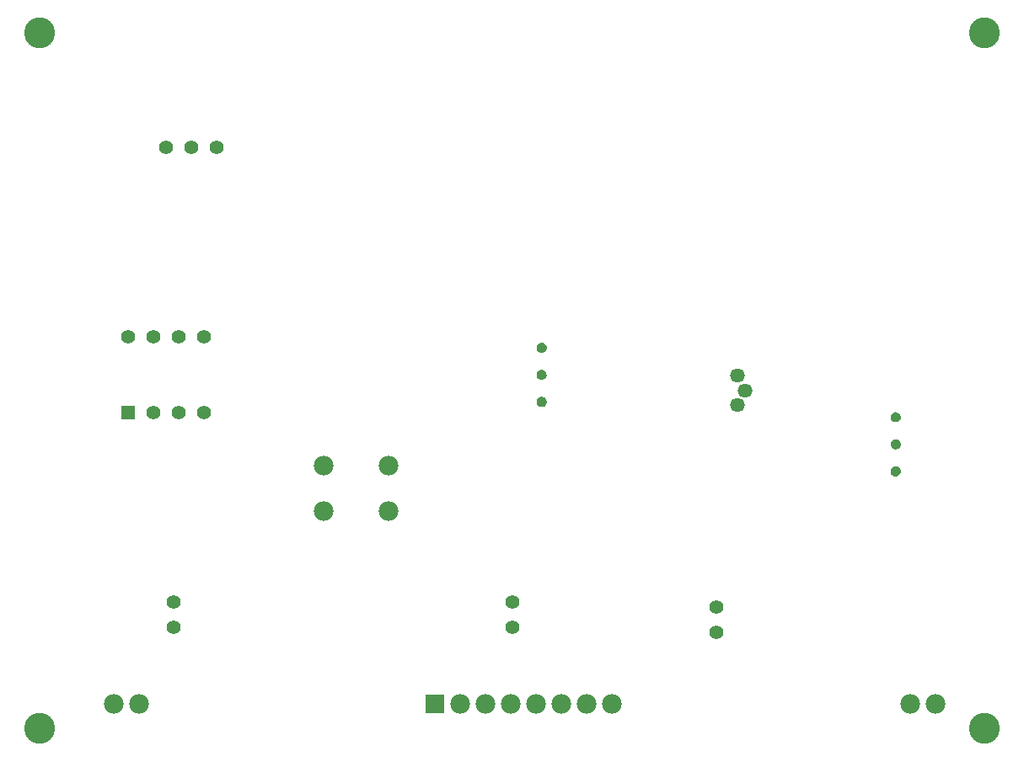
<source format=gbr>
G04 EAGLE Gerber RS-274X export*
G75*
%MOMM*%
%FSLAX34Y34*%
%LPD*%
%INSoldermask Top*%
%IPPOS*%
%AMOC8*
5,1,8,0,0,1.08239X$1,22.5*%
G01*
%ADD10C,3.101600*%
%ADD11R,1.409600X1.409600*%
%ADD12C,1.409600*%
%ADD13C,1.422400*%
%ADD14C,1.981200*%
%ADD15C,1.459600*%
%ADD16R,1.981200X1.981200*%

G36*
X529525Y403106D02*
X529525Y403106D01*
X529651Y403105D01*
X530662Y403244D01*
X530710Y403260D01*
X530800Y403279D01*
X531755Y403641D01*
X531798Y403667D01*
X531882Y403706D01*
X532732Y404270D01*
X532769Y404305D01*
X532841Y404362D01*
X533545Y405102D01*
X533573Y405144D01*
X533631Y405215D01*
X534152Y406093D01*
X534170Y406140D01*
X534211Y406222D01*
X534524Y407194D01*
X534531Y407244D01*
X534552Y407333D01*
X534641Y408351D01*
X534636Y408401D01*
X534637Y408492D01*
X534506Y409456D01*
X534490Y409504D01*
X534471Y409593D01*
X534129Y410504D01*
X534103Y410547D01*
X534064Y410631D01*
X533527Y411442D01*
X533492Y411478D01*
X533436Y411551D01*
X532732Y412223D01*
X532690Y412251D01*
X532619Y412309D01*
X531784Y412807D01*
X531736Y412825D01*
X531654Y412865D01*
X530729Y413165D01*
X530678Y413172D01*
X530589Y413194D01*
X529620Y413280D01*
X529573Y413276D01*
X529498Y413279D01*
X528522Y413177D01*
X528474Y413163D01*
X528384Y413147D01*
X527455Y412831D01*
X527411Y412807D01*
X527326Y412770D01*
X526491Y412256D01*
X526454Y412222D01*
X526379Y412168D01*
X525680Y411480D01*
X525650Y411439D01*
X525590Y411370D01*
X525061Y410543D01*
X525042Y410497D01*
X524998Y410416D01*
X524666Y409493D01*
X524658Y409443D01*
X524633Y409354D01*
X524515Y408380D01*
X524518Y408330D01*
X524514Y408244D01*
X524609Y407242D01*
X524623Y407193D01*
X524639Y407103D01*
X524955Y406147D01*
X524979Y406102D01*
X525015Y406018D01*
X525536Y405157D01*
X525569Y405119D01*
X525622Y405044D01*
X526322Y404320D01*
X526363Y404291D01*
X526432Y404230D01*
X527275Y403680D01*
X527321Y403660D01*
X527402Y403616D01*
X528346Y403268D01*
X528396Y403259D01*
X528484Y403234D01*
X529482Y403104D01*
X529525Y403106D01*
G37*
G36*
X529449Y375929D02*
X529449Y375929D01*
X529575Y375928D01*
X530586Y376067D01*
X530634Y376083D01*
X530724Y376102D01*
X531679Y376464D01*
X531722Y376490D01*
X531806Y376529D01*
X532656Y377093D01*
X532693Y377128D01*
X532765Y377185D01*
X533469Y377925D01*
X533497Y377967D01*
X533555Y378038D01*
X534076Y378916D01*
X534094Y378963D01*
X534135Y379045D01*
X534448Y380017D01*
X534455Y380067D01*
X534476Y380156D01*
X534565Y381174D01*
X534560Y381224D01*
X534561Y381315D01*
X534430Y382279D01*
X534414Y382327D01*
X534395Y382416D01*
X534053Y383327D01*
X534027Y383370D01*
X533988Y383454D01*
X533451Y384265D01*
X533416Y384301D01*
X533360Y384374D01*
X532656Y385046D01*
X532614Y385074D01*
X532543Y385132D01*
X531708Y385630D01*
X531660Y385648D01*
X531578Y385688D01*
X530653Y385988D01*
X530602Y385995D01*
X530513Y386017D01*
X529544Y386103D01*
X529497Y386099D01*
X529422Y386102D01*
X528446Y386000D01*
X528398Y385986D01*
X528308Y385970D01*
X527379Y385654D01*
X527335Y385630D01*
X527250Y385593D01*
X526415Y385079D01*
X526378Y385045D01*
X526303Y384991D01*
X525604Y384303D01*
X525574Y384262D01*
X525514Y384193D01*
X524985Y383366D01*
X524966Y383320D01*
X524922Y383239D01*
X524590Y382316D01*
X524582Y382266D01*
X524557Y382177D01*
X524439Y381203D01*
X524442Y381153D01*
X524438Y381067D01*
X524533Y380065D01*
X524547Y380016D01*
X524563Y379926D01*
X524879Y378970D01*
X524903Y378925D01*
X524939Y378841D01*
X525460Y377980D01*
X525493Y377942D01*
X525546Y377867D01*
X526246Y377143D01*
X526287Y377114D01*
X526356Y377053D01*
X527199Y376503D01*
X527245Y376483D01*
X527326Y376439D01*
X528270Y376091D01*
X528320Y376082D01*
X528408Y376057D01*
X529406Y375927D01*
X529449Y375929D01*
G37*
G36*
X529551Y348700D02*
X529551Y348700D01*
X529677Y348699D01*
X530688Y348838D01*
X530736Y348854D01*
X530826Y348873D01*
X531781Y349235D01*
X531824Y349261D01*
X531908Y349300D01*
X532758Y349864D01*
X532795Y349899D01*
X532867Y349956D01*
X533571Y350696D01*
X533599Y350738D01*
X533657Y350809D01*
X534178Y351687D01*
X534196Y351734D01*
X534237Y351816D01*
X534550Y352788D01*
X534557Y352838D01*
X534578Y352927D01*
X534667Y353945D01*
X534662Y353995D01*
X534663Y354086D01*
X534532Y355050D01*
X534516Y355098D01*
X534497Y355187D01*
X534155Y356098D01*
X534129Y356141D01*
X534090Y356225D01*
X533553Y357036D01*
X533518Y357072D01*
X533462Y357145D01*
X532758Y357817D01*
X532716Y357845D01*
X532645Y357903D01*
X531810Y358401D01*
X531762Y358419D01*
X531680Y358459D01*
X530755Y358759D01*
X530704Y358766D01*
X530615Y358788D01*
X529646Y358874D01*
X529599Y358870D01*
X529524Y358873D01*
X528548Y358771D01*
X528500Y358757D01*
X528410Y358741D01*
X527481Y358425D01*
X527437Y358401D01*
X527352Y358364D01*
X526517Y357850D01*
X526480Y357816D01*
X526405Y357762D01*
X525706Y357074D01*
X525676Y357033D01*
X525616Y356964D01*
X525087Y356137D01*
X525068Y356091D01*
X525024Y356010D01*
X524692Y355087D01*
X524684Y355037D01*
X524659Y354948D01*
X524541Y353974D01*
X524544Y353924D01*
X524540Y353838D01*
X524635Y352836D01*
X524649Y352787D01*
X524665Y352697D01*
X524981Y351741D01*
X525005Y351696D01*
X525041Y351612D01*
X525562Y350751D01*
X525595Y350713D01*
X525648Y350638D01*
X526348Y349914D01*
X526389Y349885D01*
X526458Y349824D01*
X527301Y349274D01*
X527347Y349254D01*
X527428Y349210D01*
X528372Y348862D01*
X528422Y348853D01*
X528510Y348828D01*
X529508Y348698D01*
X529551Y348700D01*
G37*
G36*
X885181Y333280D02*
X885181Y333280D01*
X885256Y333277D01*
X886232Y333379D01*
X886280Y333393D01*
X886370Y333409D01*
X887299Y333725D01*
X887343Y333750D01*
X887428Y333786D01*
X888263Y334300D01*
X888300Y334334D01*
X888375Y334388D01*
X889075Y335076D01*
X889104Y335117D01*
X889164Y335186D01*
X889693Y336013D01*
X889712Y336059D01*
X889756Y336140D01*
X890088Y337063D01*
X890096Y337113D01*
X890121Y337202D01*
X890239Y338176D01*
X890236Y338226D01*
X890240Y338312D01*
X890145Y339314D01*
X890131Y339363D01*
X890115Y339453D01*
X889799Y340409D01*
X889775Y340454D01*
X889740Y340538D01*
X889218Y341399D01*
X889185Y341437D01*
X889132Y341512D01*
X888432Y342236D01*
X888391Y342265D01*
X888322Y342326D01*
X887479Y342876D01*
X887433Y342896D01*
X887352Y342940D01*
X886408Y343288D01*
X886358Y343297D01*
X886270Y343322D01*
X885272Y343452D01*
X885229Y343450D01*
X885103Y343451D01*
X884092Y343312D01*
X884044Y343296D01*
X883954Y343277D01*
X882999Y342915D01*
X882956Y342889D01*
X882872Y342851D01*
X882022Y342286D01*
X881985Y342251D01*
X881913Y342194D01*
X881209Y341455D01*
X881181Y341412D01*
X881123Y341341D01*
X880602Y340463D01*
X880584Y340416D01*
X880543Y340334D01*
X880230Y339362D01*
X880223Y339312D01*
X880202Y339223D01*
X880113Y338205D01*
X880118Y338155D01*
X880117Y338064D01*
X880248Y337100D01*
X880264Y337052D01*
X880283Y336963D01*
X880625Y336052D01*
X880651Y336009D01*
X880690Y335926D01*
X881227Y335114D01*
X881262Y335078D01*
X881318Y335005D01*
X882022Y334333D01*
X882064Y334306D01*
X882135Y334247D01*
X882971Y333749D01*
X883018Y333731D01*
X883100Y333691D01*
X884026Y333391D01*
X884076Y333384D01*
X884165Y333362D01*
X885134Y333276D01*
X885181Y333280D01*
G37*
G36*
X885283Y306051D02*
X885283Y306051D01*
X885358Y306048D01*
X886334Y306150D01*
X886382Y306164D01*
X886472Y306180D01*
X887401Y306496D01*
X887445Y306521D01*
X887530Y306557D01*
X888365Y307071D01*
X888402Y307105D01*
X888477Y307159D01*
X889177Y307847D01*
X889206Y307888D01*
X889266Y307957D01*
X889795Y308784D01*
X889814Y308830D01*
X889858Y308911D01*
X890190Y309834D01*
X890198Y309884D01*
X890223Y309973D01*
X890341Y310947D01*
X890338Y310997D01*
X890342Y311083D01*
X890247Y312085D01*
X890233Y312134D01*
X890217Y312224D01*
X889901Y313180D01*
X889877Y313225D01*
X889842Y313309D01*
X889320Y314170D01*
X889287Y314208D01*
X889234Y314283D01*
X888534Y315007D01*
X888493Y315036D01*
X888424Y315097D01*
X887581Y315647D01*
X887535Y315667D01*
X887454Y315711D01*
X886510Y316059D01*
X886460Y316068D01*
X886372Y316093D01*
X885374Y316223D01*
X885331Y316221D01*
X885205Y316222D01*
X884194Y316083D01*
X884146Y316067D01*
X884056Y316048D01*
X883101Y315686D01*
X883058Y315660D01*
X882974Y315622D01*
X882124Y315057D01*
X882087Y315022D01*
X882015Y314965D01*
X881311Y314226D01*
X881283Y314183D01*
X881225Y314112D01*
X880704Y313234D01*
X880686Y313187D01*
X880645Y313105D01*
X880332Y312133D01*
X880325Y312083D01*
X880304Y311994D01*
X880215Y310976D01*
X880220Y310926D01*
X880219Y310835D01*
X880350Y309871D01*
X880366Y309823D01*
X880385Y309734D01*
X880727Y308823D01*
X880753Y308780D01*
X880792Y308697D01*
X881329Y307885D01*
X881364Y307849D01*
X881420Y307776D01*
X882124Y307104D01*
X882166Y307077D01*
X882237Y307018D01*
X883073Y306520D01*
X883120Y306502D01*
X883202Y306462D01*
X884128Y306162D01*
X884178Y306155D01*
X884267Y306133D01*
X885236Y306047D01*
X885283Y306051D01*
G37*
G36*
X885207Y278874D02*
X885207Y278874D01*
X885282Y278871D01*
X886258Y278973D01*
X886306Y278987D01*
X886396Y279003D01*
X887325Y279319D01*
X887369Y279344D01*
X887454Y279380D01*
X888289Y279894D01*
X888326Y279928D01*
X888401Y279982D01*
X889101Y280670D01*
X889130Y280711D01*
X889190Y280780D01*
X889719Y281607D01*
X889738Y281653D01*
X889782Y281734D01*
X890114Y282657D01*
X890122Y282707D01*
X890147Y282796D01*
X890265Y283770D01*
X890262Y283820D01*
X890266Y283906D01*
X890171Y284908D01*
X890157Y284957D01*
X890141Y285047D01*
X889825Y286003D01*
X889801Y286048D01*
X889766Y286132D01*
X889244Y286993D01*
X889211Y287031D01*
X889158Y287106D01*
X888458Y287830D01*
X888417Y287859D01*
X888348Y287920D01*
X887505Y288470D01*
X887459Y288490D01*
X887378Y288534D01*
X886434Y288882D01*
X886384Y288891D01*
X886296Y288916D01*
X885298Y289046D01*
X885255Y289044D01*
X885129Y289045D01*
X884118Y288906D01*
X884070Y288890D01*
X883980Y288871D01*
X883025Y288509D01*
X882982Y288483D01*
X882898Y288445D01*
X882048Y287880D01*
X882011Y287845D01*
X881939Y287788D01*
X881235Y287049D01*
X881207Y287006D01*
X881149Y286935D01*
X880628Y286057D01*
X880610Y286010D01*
X880569Y285928D01*
X880256Y284956D01*
X880249Y284906D01*
X880228Y284817D01*
X880139Y283799D01*
X880144Y283749D01*
X880143Y283658D01*
X880274Y282694D01*
X880290Y282646D01*
X880309Y282557D01*
X880651Y281646D01*
X880677Y281603D01*
X880716Y281520D01*
X881253Y280708D01*
X881288Y280672D01*
X881344Y280599D01*
X882048Y279927D01*
X882090Y279900D01*
X882161Y279841D01*
X882997Y279343D01*
X883044Y279325D01*
X883126Y279285D01*
X884052Y278985D01*
X884102Y278978D01*
X884191Y278956D01*
X885160Y278870D01*
X885207Y278874D01*
G37*
D10*
X25400Y25400D03*
X974600Y25400D03*
X974600Y724600D03*
X25400Y724600D03*
D11*
X114300Y342900D03*
D12*
X139700Y342900D03*
X165100Y342900D03*
X190500Y342900D03*
X190500Y419100D03*
X165100Y419100D03*
X139700Y419100D03*
X114300Y419100D03*
D13*
X160000Y152700D03*
X160000Y127300D03*
D12*
X152400Y609600D03*
X177800Y609600D03*
X203200Y609600D03*
D14*
X100000Y50000D03*
X125400Y50000D03*
X375412Y244094D03*
X310388Y244094D03*
X375412Y289306D03*
X310388Y289306D03*
D13*
X500000Y152700D03*
X500000Y127300D03*
X705380Y147620D03*
X705380Y122220D03*
D15*
X726500Y380310D03*
X733500Y365310D03*
X726500Y350310D03*
D16*
X422000Y50000D03*
D14*
X447400Y50000D03*
X472800Y50000D03*
X498200Y50000D03*
X523600Y50000D03*
X549000Y50000D03*
X574400Y50000D03*
X599800Y50000D03*
X900000Y50000D03*
X925400Y50000D03*
M02*

</source>
